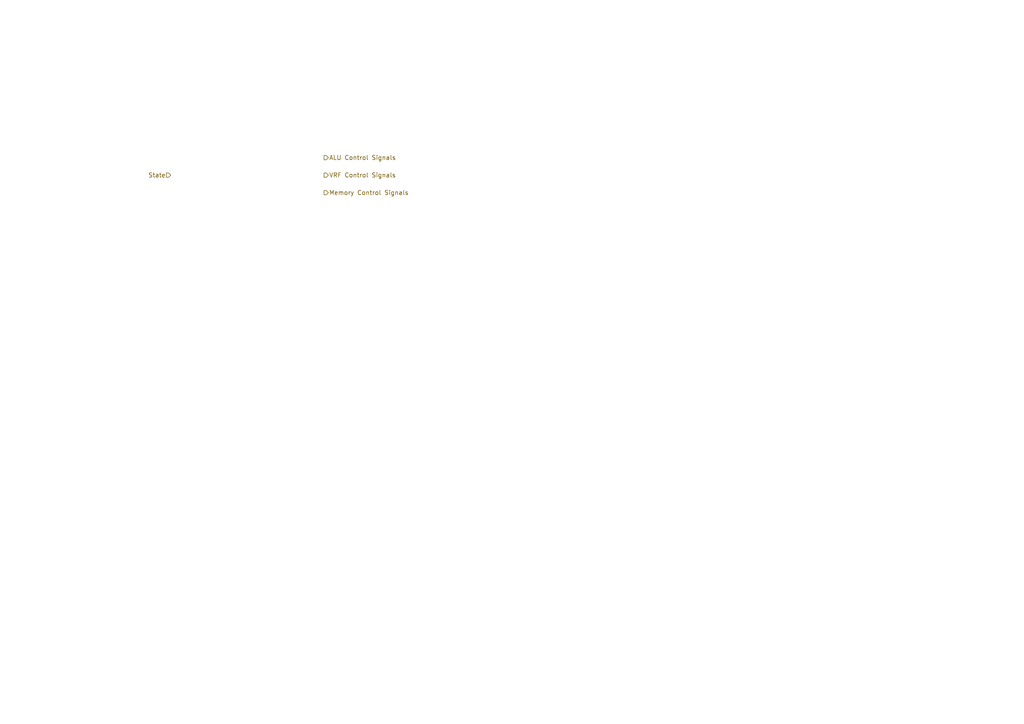
<source format=kicad_sch>
(kicad_sch (version 20230121) (generator eeschema)
  (paper "A4")
  (lib_symbols)
  (hierarchical_label "ALU Control Signals" (shape output) (at 93.98 45.72 0))
  (hierarchical_label "State" (shape input) (at 49.53 50.8 180))
  (hierarchical_label "VRF Control Signals" (shape output) (at 93.98 50.8 0))
  (hierarchical_label "Memory Control Signals" (shape output) (at 93.98 55.88 0))
)
</source>
